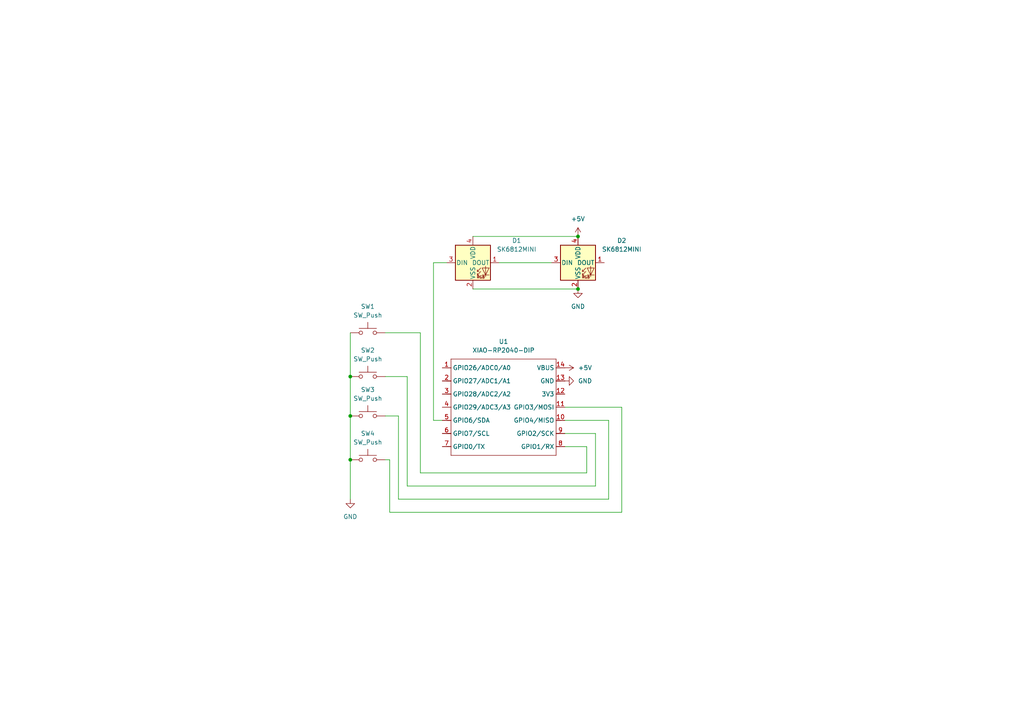
<source format=kicad_sch>
(kicad_sch (version 20250114) (generator "eeschema") (generator_version "9.0")
  (paper "A4")
  (lib_symbols
    (symbol "LED:SK6812MINI" (pin_names (offset 0.254))
      (property "Reference" "D" (at 5.08 5.715 0))
      (property "Value" "SK6812MINI" (at 1.27 -5.715 0))
      (symbol "SK6812MINI_0_0"
        (text "RGB" (at 2.286 -4.191 0) (effects (font (size 0.762 0.762))))
      )
      (symbol "SK6812MINI_0_1"
        (polyline (pts (xy 1.27 -2.54) (xy 1.778 -2.54)))
        (polyline (pts (xy 1.27 -3.556) (xy 1.778 -3.556)))
        (polyline (pts (xy 2.286 -1.524) (xy 1.27 -2.54) (xy 1.27 -2.032)))
        (polyline (pts (xy 2.286 -2.54) (xy 1.27 -3.556) (xy 1.27 -3.048)))
        (polyline (pts (xy 3.683 -1.016) (xy 3.683 -3.556) (xy 3.683 -4.064)))
        (polyline (pts (xy 4.699 -1.524) (xy 2.667 -1.524) (xy 3.683 -3.556) (xy 4.699 -1.524)))
        (polyline (pts (xy 4.699 -3.556) (xy 2.667 -3.556)))
        (rectangle (start 5.08 5.08) (end -5.08 -5.08) (stroke (width 0.254)) (fill (type background)))
      )
      (symbol "SK6812MINI_1_1"
        (pin input line (at -7.62 0 0) (length 2.54) (name "DIN") (number "3"))
        (pin power_in line (at 0 7.62 270) (length 2.54) (name "VDD") (number "4"))
        (pin power_in line (at 0 -7.62 90) (length 2.54) (name "VSS") (number "2"))
        (pin output line (at 7.62 0 180) (length 2.54) (name "DOUT") (number "1"))
      )
    )
    (symbol "OPL:XIAO-RP2040-DIP"
      (property "Reference" "U" (at 0 0 0))
      (property "Value" "XIAO-RP2040-DIP" (at 5.334 -1.778 0))
      (symbol "XIAO-RP2040-DIP_1_0"
        (polyline (pts (xy -1.27 -2.54) (xy 29.21 -2.54)) (stroke (width 0.1524)))
        (polyline (pts (xy -1.27 -5.08) (xy -2.54 -5.08)) (stroke (width 0.1524)))
        (polyline (pts (xy -1.27 -5.08) (xy -1.27 -2.54)) (stroke (width 0.1524)))
        (polyline (pts (xy -1.27 -8.89) (xy -2.54 -8.89)) (stroke (width 0.1524)))
        (polyline (pts (xy -1.27 -8.89) (xy -1.27 -5.08)) (stroke (width 0.1524)))
        (polyline (pts (xy -1.27 -12.7) (xy -2.54 -12.7)) (stroke (width 0.1524)))
        (polyline (pts (xy -1.27 -12.7) (xy -1.27 -8.89)) (stroke (width 0.1524)))
        (polyline (pts (xy -1.27 -16.51) (xy -2.54 -16.51)) (stroke (width 0.1524)))
        (polyline (pts (xy -1.27 -16.51) (xy -1.27 -12.7)) (stroke (width 0.1524)))
        (polyline (pts (xy -1.27 -20.32) (xy -2.54 -20.32)) (stroke (width 0.1524)))
        (polyline (pts (xy -1.27 -24.13) (xy -2.54 -24.13)) (stroke (width 0.1524)))
        (polyline (pts (xy -1.27 -27.94) (xy -2.54 -27.94)) (stroke (width 0.1524)))
        (polyline (pts (xy -1.27 -30.48) (xy -1.27 -16.51)) (stroke (width 0.1524)))
        (polyline (pts (xy 29.21 -2.54) (xy 29.21 -5.08)) (stroke (width 0.1524)))
        (polyline (pts (xy 29.21 -5.08) (xy 29.21 -8.89)) (stroke (width 0.1524)))
        (polyline (pts (xy 29.21 -8.89) (xy 29.21 -12.7)) (stroke (width 0.1524)))
        (polyline (pts (xy 29.21 -12.7) (xy 29.21 -30.48)) (stroke (width 0.1524)))
        (polyline (pts (xy 29.21 -30.48) (xy -1.27 -30.48)) (stroke (width 0.1524)))
        (polyline (pts (xy 30.48 -5.08) (xy 29.21 -5.08)) (stroke (width 0.1524)))
        (polyline (pts (xy 30.48 -8.89) (xy 29.21 -8.89)) (stroke (width 0.1524)))
        (polyline (pts (xy 30.48 -12.7) (xy 29.21 -12.7)) (stroke (width 0.1524)))
        (polyline (pts (xy 30.48 -16.51) (xy 29.21 -16.51)) (stroke (width 0.1524)))
        (polyline (pts (xy 30.48 -20.32) (xy 29.21 -20.32)) (stroke (width 0.1524)))
        (polyline (pts (xy 30.48 -24.13) (xy 29.21 -24.13)) (stroke (width 0.1524)))
        (polyline (pts (xy 30.48 -27.94) (xy 29.21 -27.94)) (stroke (width 0.1524)))
        (pin passive line (at -3.81 -5.08 0) (length 2.54) (name "GPIO26/ADC0/A0") (number "1"))
        (pin passive line (at -3.81 -8.89 0) (length 2.54) (name "GPIO27/ADC1/A1") (number "2"))
        (pin passive line (at -3.81 -12.7 0) (length 2.54) (name "GPIO28/ADC2/A2") (number "3"))
        (pin passive line (at -3.81 -16.51 0) (length 2.54) (name "GPIO29/ADC3/A3") (number "4"))
        (pin passive line (at -3.81 -20.32 0) (length 2.54) (name "GPIO6/SDA") (number "5"))
        (pin passive line (at -3.81 -24.13 0) (length 2.54) (name "GPIO7/SCL") (number "6"))
        (pin passive line (at -3.81 -27.94 0) (length 2.54) (name "GPIO0/TX") (number "7"))
        (pin passive line (at 31.75 -5.08 180) (length 2.54) (name "VBUS") (number "14"))
        (pin passive line (at 31.75 -8.89 180) (length 2.54) (name "GND") (number "13"))
        (pin passive line (at 31.75 -12.7 180) (length 2.54) (name "3V3") (number "12"))
        (pin passive line (at 31.75 -16.51 180) (length 2.54) (name "GPIO3/MOSI") (number "11"))
        (pin passive line (at 31.75 -20.32 180) (length 2.54) (name "GPIO4/MISO") (number "10"))
        (pin passive line (at 31.75 -24.13 180) (length 2.54) (name "GPIO2/SCK") (number "9"))
        (pin passive line (at 31.75 -27.94 180) (length 2.54) (name "GPIO1/RX") (number "8"))
      )
    )
    (symbol "Switch:SW_Push" (pin_numbers (hide yes)) (pin_names (offset 1.016) (hide yes))
      (property "Reference" "SW" (at 1.27 2.54 0))
      (property "Value" "SW_Push" (at 0 -1.524 0))
      (symbol "SW_Push_0_1"
        (circle (center -2.032 0) (radius 0.508))
        (polyline (pts (xy 0 1.27) (xy 0 3.048)))
        (circle (center 2.032 0) (radius 0.508))
        (polyline (pts (xy 2.54 1.27) (xy -2.54 1.27)))
        (pin passive line (at -5.08 0 0) (length 2.54) (name "1") (number "1"))
        (pin passive line (at 5.08 0 180) (length 2.54) (name "2") (number "2"))
      )
    )
    (symbol "power:+5V" (power) (pin_numbers (hide yes)) (pin_names (offset 0) (hide yes))
      (property "Value" "+5V" (at 0 3.556 0))
      (symbol "+5V_0_1"
        (polyline (pts (xy -0.762 1.27) (xy 0 2.54)))
        (polyline (pts (xy 0 2.54) (xy 0.762 1.27)))
        (polyline (pts (xy 0 0) (xy 0 2.54)))
      )
      (symbol "+5V_1_1"
        (pin power_in line (at 0 0 90) (length 0) (name "~") (number "1"))
      )
    )
    (symbol "power:GND" (power) (pin_numbers (hide yes)) (pin_names (offset 0) (hide yes))
      (property "Value" "GND" (at 0 -3.81 0))
      (symbol "GND_0_1"
        (polyline (pts (xy 0 0) (xy 0 -1.27) (xy 1.27 -1.27) (xy 0 -2.54) (xy -1.27 -1.27) (xy 0 -1.27)))
      )
      (symbol "GND_1_1"
        (pin power_in line (at 0 0 270) (length 0) (name "~") (number "1"))
      )
    )
  )
  (junction (at 167.64 68.58))
  (junction (at 101.6 133.35))
  (junction (at 101.6 109.22))
  (junction (at 101.6 120.65))
  (junction (at 167.64 83.82))
  (wire (pts (xy 176.53 144.78) (xy 176.53 121.92)))
  (wire (pts (xy 111.76 109.22) (xy 118.11 109.22)))
  (wire (pts (xy 111.76 96.52) (xy 121.92 96.52)))
  (wire (pts (xy 144.78 76.2) (xy 160.02 76.2)))
  (wire (pts (xy 125.73 76.2) (xy 129.54 76.2)))
  (wire (pts (xy 128.27 121.92) (xy 125.73 121.92)))
  (wire (pts (xy 118.11 140.97) (xy 172.72 140.97)))
  (wire (pts (xy 101.6 96.52) (xy 101.6 109.22)))
  (wire (pts (xy 172.72 125.73) (xy 163.83 125.73)))
  (wire (pts (xy 125.73 121.92) (xy 125.73 76.2)))
  (wire (pts (xy 118.11 109.22) (xy 118.11 140.97)))
  (wire (pts (xy 101.6 120.65) (xy 101.6 133.35)))
  (wire (pts (xy 113.03 148.59) (xy 180.34 148.59)))
  (wire (pts (xy 180.34 118.11) (xy 163.83 118.11)))
  (wire (pts (xy 137.16 83.82) (xy 167.64 83.82)))
  (wire (pts (xy 121.92 96.52) (xy 121.92 137.16)))
  (wire (pts (xy 111.76 133.35) (xy 113.03 133.35)))
  (wire (pts (xy 176.53 121.92) (xy 163.83 121.92)))
  (wire (pts (xy 111.76 120.65) (xy 115.57 120.65)))
  (wire (pts (xy 121.92 137.16) (xy 170.18 137.16)))
  (wire (pts (xy 101.6 109.22) (xy 101.6 120.65)))
  (wire (pts (xy 115.57 144.78) (xy 176.53 144.78)))
  (wire (pts (xy 137.16 68.58) (xy 167.64 68.58)))
  (wire (pts (xy 172.72 140.97) (xy 172.72 125.73)))
  (wire (pts (xy 170.18 137.16) (xy 170.18 129.54)))
  (wire (pts (xy 180.34 148.59) (xy 180.34 118.11)))
  (wire (pts (xy 101.6 133.35) (xy 101.6 144.78)))
  (wire (pts (xy 115.57 120.65) (xy 115.57 144.78)))
  (wire (pts (xy 113.03 133.35) (xy 113.03 148.59)))
  (wire (pts (xy 170.18 129.54) (xy 163.83 129.54)))
  (symbol (lib_id "power:+5V") (at 167.64 68.58 0) (unit 1)
    (property "Reference" "#PWR02" (effects (hide yes)))
    (property "Value" "+5V" (at 167.64 63.5 0))
    (property "Description" "Power symbol creates a global label with name \"+5V\"" (effects (hide yes)))
  )
  (symbol (lib_id "Switch:SW_Push") (at 106.68 120.65 0) (unit 1)
    (property "Reference" "SW3" (at 106.68 113.03 0))
    (property "Value" "SW_Push" (at 106.68 115.57 0))
    (property "Footprint" "Button_Switch_Keyboard:SW_Cherry_MX_1.00u_PCB" (effects (hide yes)))
    (property "Description" "Push button switch, generic, two pins" (effects (hide yes)))
  )
  (symbol (lib_id "power:+5V") (at 163.83 106.68 270) (unit 1)
    (property "Reference" "#PWR03" (effects (hide yes)))
    (property "Value" "+5V" (at 167.64 106.6799 90) (effects (justify left)))
    (property "Description" "Power symbol creates a global label with name \"+5V\"" (effects (hide yes)))
  )
  (symbol (lib_id "LED:SK6812MINI") (at 167.64 76.2 0) (unit 1)
    (property "Reference" "D2" (at 180.34 69.7798 0))
    (property "Value" "SK6812MINI" (at 180.34 72.3198 0))
    (property "Footprint" "LED_SMD:LED_SK6812MINI_PLCC4_3.5x3.5mm_P1.75mm" (effects (hide yes)))
    (property "Datasheet" "https://cdn-shop.adafruit.com/product-files/2686/SK6812MINI_REV.01-1-2.pdf" (effects (hide yes)))
    (property "Description" "RGB LED with integrated controller" (effects (hide yes)))
  )
  (symbol (lib_id "power:GND") (at 167.64 83.82 0) (unit 1)
    (property "Reference" "#PWR05" (effects (hide yes)))
    (property "Value" "GND" (at 167.64 88.9 0))
    (property "Description" "Power symbol creates a global label with name \"GND\" , ground" (effects (hide yes)))
  )
  (symbol (lib_id "Switch:SW_Push") (at 106.68 96.52 0) (unit 1)
    (property "Reference" "SW1" (at 106.68 88.9 0))
    (property "Value" "SW_Push" (at 106.68 91.44 0))
    (property "Footprint" "Button_Switch_Keyboard:SW_Cherry_MX_1.00u_PCB" (effects (hide yes)))
    (property "Description" "Push button switch, generic, two pins" (effects (hide yes)))
  )
  (symbol (lib_id "power:GND") (at 101.6 144.78 0) (unit 1)
    (property "Reference" "#PWR01" (effects (hide yes)))
    (property "Value" "GND" (at 101.6 149.86 0))
    (property "Description" "Power symbol creates a global label with name \"GND\" , ground" (effects (hide yes)))
  )
  (symbol (lib_id "power:GND") (at 163.83 110.49 90) (unit 1)
    (property "Reference" "#PWR04" (effects (hide yes)))
    (property "Value" "GND" (at 167.64 110.4899 90) (effects (justify right)))
    (property "Description" "Power symbol creates a global label with name \"GND\" , ground" (effects (hide yes)))
  )
  (symbol (lib_id "Switch:SW_Push") (at 106.68 133.35 0) (unit 1)
    (property "Reference" "SW4" (at 106.68 125.73 0))
    (property "Value" "SW_Push" (at 106.68 128.27 0))
    (property "Footprint" "Button_Switch_Keyboard:SW_Cherry_MX_1.00u_PCB" (effects (hide yes)))
    (property "Description" "Push button switch, generic, two pins" (effects (hide yes)))
  )
  (symbol (lib_id "Switch:SW_Push") (at 106.68 109.22 0) (unit 1)
    (property "Reference" "SW2" (at 106.68 101.6 0))
    (property "Value" "SW_Push" (at 106.68 104.14 0))
    (property "Footprint" "Button_Switch_Keyboard:SW_Cherry_MX_1.00u_PCB" (effects (hide yes)))
    (property "Description" "Push button switch, generic, two pins" (effects (hide yes)))
  )
  (symbol (lib_id "LED:SK6812MINI") (at 137.16 76.2 0) (unit 1)
    (property "Reference" "D1" (at 149.86 69.7798 0))
    (property "Value" "SK6812MINI" (at 149.86 72.3198 0))
    (property "Footprint" "LED_SMD:LED_SK6812MINI_PLCC4_3.5x3.5mm_P1.75mm" (effects (hide yes)))
    (property "Datasheet" "https://cdn-shop.adafruit.com/product-files/2686/SK6812MINI_REV.01-1-2.pdf" (effects (hide yes)))
    (property "Description" "RGB LED with integrated controller" (effects (hide yes)))
  )
  (symbol (lib_id "OPL:XIAO-RP2040-DIP") (at 132.08 101.6 0) (unit 1)
    (property "Reference" "U1" (at 146.05 99.06 0))
    (property "Value" "XIAO-RP2040-DIP" (at 146.05 101.6 0))
    (property "Footprint" "OPL:XIAO-RP2040-DIP" (effects (hide yes)))
  )
)
</source>
